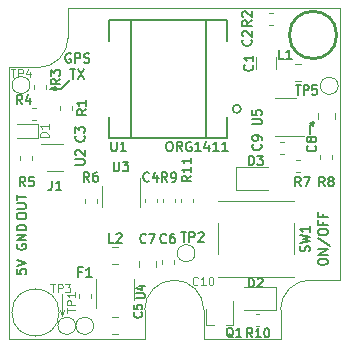
<source format=gbr>
G04 #@! TF.GenerationSoftware,KiCad,Pcbnew,5.1.6-c6e7f7d~87~ubuntu18.04.1*
G04 #@! TF.CreationDate,2020-08-30T01:02:13+03:00*
G04 #@! TF.ProjectId,nikon_gps,6e696b6f-6e5f-4677-9073-2e6b69636164,B*
G04 #@! TF.SameCoordinates,Original*
G04 #@! TF.FileFunction,Legend,Top*
G04 #@! TF.FilePolarity,Positive*
%FSLAX46Y46*%
G04 Gerber Fmt 4.6, Leading zero omitted, Abs format (unit mm)*
G04 Created by KiCad (PCBNEW 5.1.6-c6e7f7d~87~ubuntu18.04.1) date 2020-08-30 01:02:13*
%MOMM*%
%LPD*%
G01*
G04 APERTURE LIST*
%ADD10C,0.150000*%
%ADD11C,0.100000*%
G04 #@! TA.AperFunction,Profile*
%ADD12C,0.100000*%
G04 #@! TD*
%ADD13C,0.250000*%
%ADD14C,0.120000*%
G04 APERTURE END LIST*
D10*
X125857000Y-109601000D02*
X125730000Y-109982000D01*
X125857000Y-109601000D02*
X125476000Y-109728000D01*
X125476000Y-109982000D02*
X125857000Y-109601000D01*
X125476000Y-110617000D02*
X125476000Y-109982000D01*
X103505000Y-106807000D02*
X104013000Y-106934000D01*
X103505000Y-106807000D02*
X104013000Y-106680000D01*
X104394000Y-106807000D02*
X103505000Y-106807000D01*
X105156000Y-106045000D02*
X104394000Y-106807000D01*
D11*
X104495600Y-126034800D02*
X104648000Y-125577600D01*
X104495600Y-126034800D02*
X104343200Y-125577600D01*
X104495600Y-124155200D02*
X104495600Y-126034800D01*
D10*
X105219571Y-103827000D02*
X105143380Y-103788904D01*
X105029095Y-103788904D01*
X104914809Y-103827000D01*
X104838619Y-103903190D01*
X104800523Y-103979380D01*
X104762428Y-104131761D01*
X104762428Y-104246047D01*
X104800523Y-104398428D01*
X104838619Y-104474619D01*
X104914809Y-104550809D01*
X105029095Y-104588904D01*
X105105285Y-104588904D01*
X105219571Y-104550809D01*
X105257666Y-104512714D01*
X105257666Y-104246047D01*
X105105285Y-104246047D01*
X105600523Y-104588904D02*
X105600523Y-103788904D01*
X105905285Y-103788904D01*
X105981476Y-103827000D01*
X106019571Y-103865095D01*
X106057666Y-103941285D01*
X106057666Y-104055571D01*
X106019571Y-104131761D01*
X105981476Y-104169857D01*
X105905285Y-104207952D01*
X105600523Y-104207952D01*
X106362428Y-104550809D02*
X106476714Y-104588904D01*
X106667190Y-104588904D01*
X106743380Y-104550809D01*
X106781476Y-104512714D01*
X106819571Y-104436523D01*
X106819571Y-104360333D01*
X106781476Y-104284142D01*
X106743380Y-104246047D01*
X106667190Y-104207952D01*
X106514809Y-104169857D01*
X106438619Y-104131761D01*
X106400523Y-104093666D01*
X106362428Y-104017476D01*
X106362428Y-103941285D01*
X106400523Y-103865095D01*
X106438619Y-103827000D01*
X106514809Y-103788904D01*
X106705285Y-103788904D01*
X106819571Y-103827000D01*
X105181476Y-105138904D02*
X105638619Y-105138904D01*
X105410047Y-105938904D02*
X105410047Y-105138904D01*
X105829095Y-105138904D02*
X106362428Y-105938904D01*
X106362428Y-105138904D02*
X105829095Y-105938904D01*
X113525600Y-111271104D02*
X113677980Y-111271104D01*
X113754171Y-111309200D01*
X113830361Y-111385390D01*
X113868457Y-111537771D01*
X113868457Y-111804438D01*
X113830361Y-111956819D01*
X113754171Y-112033009D01*
X113677980Y-112071104D01*
X113525600Y-112071104D01*
X113449409Y-112033009D01*
X113373219Y-111956819D01*
X113335123Y-111804438D01*
X113335123Y-111537771D01*
X113373219Y-111385390D01*
X113449409Y-111309200D01*
X113525600Y-111271104D01*
X114668457Y-112071104D02*
X114401790Y-111690152D01*
X114211314Y-112071104D02*
X114211314Y-111271104D01*
X114516076Y-111271104D01*
X114592266Y-111309200D01*
X114630361Y-111347295D01*
X114668457Y-111423485D01*
X114668457Y-111537771D01*
X114630361Y-111613961D01*
X114592266Y-111652057D01*
X114516076Y-111690152D01*
X114211314Y-111690152D01*
X115430361Y-111309200D02*
X115354171Y-111271104D01*
X115239885Y-111271104D01*
X115125600Y-111309200D01*
X115049409Y-111385390D01*
X115011314Y-111461580D01*
X114973219Y-111613961D01*
X114973219Y-111728247D01*
X115011314Y-111880628D01*
X115049409Y-111956819D01*
X115125600Y-112033009D01*
X115239885Y-112071104D01*
X115316076Y-112071104D01*
X115430361Y-112033009D01*
X115468457Y-111994914D01*
X115468457Y-111728247D01*
X115316076Y-111728247D01*
X116230361Y-112071104D02*
X115773219Y-112071104D01*
X116001790Y-112071104D02*
X116001790Y-111271104D01*
X115925600Y-111385390D01*
X115849409Y-111461580D01*
X115773219Y-111499676D01*
X116916076Y-111537771D02*
X116916076Y-112071104D01*
X116725600Y-111233009D02*
X116535123Y-111804438D01*
X117030361Y-111804438D01*
X117754171Y-112071104D02*
X117297028Y-112071104D01*
X117525600Y-112071104D02*
X117525600Y-111271104D01*
X117449409Y-111385390D01*
X117373219Y-111461580D01*
X117297028Y-111499676D01*
X118516076Y-112071104D02*
X118058933Y-112071104D01*
X118287504Y-112071104D02*
X118287504Y-111271104D01*
X118211314Y-111385390D01*
X118135123Y-111461580D01*
X118058933Y-111499676D01*
X126180904Y-121526047D02*
X126180904Y-121373666D01*
X126219000Y-121297476D01*
X126295190Y-121221285D01*
X126447571Y-121183190D01*
X126714238Y-121183190D01*
X126866619Y-121221285D01*
X126942809Y-121297476D01*
X126980904Y-121373666D01*
X126980904Y-121526047D01*
X126942809Y-121602238D01*
X126866619Y-121678428D01*
X126714238Y-121716523D01*
X126447571Y-121716523D01*
X126295190Y-121678428D01*
X126219000Y-121602238D01*
X126180904Y-121526047D01*
X126980904Y-120840333D02*
X126180904Y-120840333D01*
X126980904Y-120383190D01*
X126180904Y-120383190D01*
X126142809Y-119430809D02*
X127171380Y-120116523D01*
X126180904Y-119011761D02*
X126180904Y-118859380D01*
X126219000Y-118783190D01*
X126295190Y-118707000D01*
X126447571Y-118668904D01*
X126714238Y-118668904D01*
X126866619Y-118707000D01*
X126942809Y-118783190D01*
X126980904Y-118859380D01*
X126980904Y-119011761D01*
X126942809Y-119087952D01*
X126866619Y-119164142D01*
X126714238Y-119202238D01*
X126447571Y-119202238D01*
X126295190Y-119164142D01*
X126219000Y-119087952D01*
X126180904Y-119011761D01*
X126561857Y-118059380D02*
X126561857Y-118326047D01*
X126980904Y-118326047D02*
X126180904Y-118326047D01*
X126180904Y-117945095D01*
X126561857Y-117373666D02*
X126561857Y-117640333D01*
X126980904Y-117640333D02*
X126180904Y-117640333D01*
X126180904Y-117259380D01*
X100653904Y-122072380D02*
X100653904Y-122453333D01*
X101034857Y-122491428D01*
X100996761Y-122453333D01*
X100958666Y-122377142D01*
X100958666Y-122186666D01*
X100996761Y-122110476D01*
X101034857Y-122072380D01*
X101111047Y-122034285D01*
X101301523Y-122034285D01*
X101377714Y-122072380D01*
X101415809Y-122110476D01*
X101453904Y-122186666D01*
X101453904Y-122377142D01*
X101415809Y-122453333D01*
X101377714Y-122491428D01*
X100653904Y-121805714D02*
X101453904Y-121539047D01*
X100653904Y-121272380D01*
X100653904Y-117640000D02*
X100653904Y-117487619D01*
X100692000Y-117411428D01*
X100768190Y-117335238D01*
X100920571Y-117297142D01*
X101187238Y-117297142D01*
X101339619Y-117335238D01*
X101415809Y-117411428D01*
X101453904Y-117487619D01*
X101453904Y-117640000D01*
X101415809Y-117716190D01*
X101339619Y-117792380D01*
X101187238Y-117830476D01*
X100920571Y-117830476D01*
X100768190Y-117792380D01*
X100692000Y-117716190D01*
X100653904Y-117640000D01*
X100653904Y-116954285D02*
X101301523Y-116954285D01*
X101377714Y-116916190D01*
X101415809Y-116878095D01*
X101453904Y-116801904D01*
X101453904Y-116649523D01*
X101415809Y-116573333D01*
X101377714Y-116535238D01*
X101301523Y-116497142D01*
X100653904Y-116497142D01*
X100653904Y-116230476D02*
X100653904Y-115773333D01*
X101453904Y-116001904D02*
X100653904Y-116001904D01*
X100692000Y-119989523D02*
X100653904Y-120065714D01*
X100653904Y-120180000D01*
X100692000Y-120294285D01*
X100768190Y-120370476D01*
X100844380Y-120408571D01*
X100996761Y-120446666D01*
X101111047Y-120446666D01*
X101263428Y-120408571D01*
X101339619Y-120370476D01*
X101415809Y-120294285D01*
X101453904Y-120180000D01*
X101453904Y-120103809D01*
X101415809Y-119989523D01*
X101377714Y-119951428D01*
X101111047Y-119951428D01*
X101111047Y-120103809D01*
X101453904Y-119608571D02*
X100653904Y-119608571D01*
X101453904Y-119151428D01*
X100653904Y-119151428D01*
X101453904Y-118770476D02*
X100653904Y-118770476D01*
X100653904Y-118580000D01*
X100692000Y-118465714D01*
X100768190Y-118389523D01*
X100844380Y-118351428D01*
X100996761Y-118313333D01*
X101111047Y-118313333D01*
X101263428Y-118351428D01*
X101339619Y-118389523D01*
X101415809Y-118465714D01*
X101453904Y-118580000D01*
X101453904Y-118770476D01*
D12*
X116500000Y-125500000D02*
X116500000Y-128000000D01*
X111500000Y-125500000D02*
X111500000Y-128000000D01*
X114000000Y-123000000D02*
G75*
G03*
X111500000Y-125500000I0J-2500000D01*
G01*
X116500000Y-125500000D02*
G75*
G03*
X114000000Y-123000000I-2500000J0D01*
G01*
X100000000Y-128000000D02*
X111500000Y-128000000D01*
D11*
X104250000Y-125750000D02*
G75*
G03*
X104250000Y-125750000I-2000000J0D01*
G01*
D12*
X105000000Y-100000000D02*
X128000000Y-100000000D01*
X128000000Y-123000000D02*
X128000000Y-100000000D01*
X116500000Y-128000000D02*
X123000000Y-128000000D01*
X100000000Y-128000000D02*
X100000000Y-105000000D01*
X100000000Y-105000000D02*
X102500000Y-105000000D01*
X105000000Y-102500000D02*
X105000000Y-100000000D01*
X105000000Y-102500000D02*
G75*
G02*
X102500000Y-105000000I-2500000J0D01*
G01*
X123000000Y-125500000D02*
G75*
G02*
X125500000Y-123000000I2500000J0D01*
G01*
X123000000Y-125500000D02*
X123000000Y-128000000D01*
X125500000Y-123000000D02*
X128000000Y-123000000D01*
D13*
X127750000Y-102250000D02*
G75*
G03*
X127750000Y-102250000I-2000000J0D01*
G01*
D14*
X100963000Y-112486221D02*
X100963000Y-112811779D01*
X101983000Y-112486221D02*
X101983000Y-112811779D01*
X124134000Y-116277000D02*
X124134000Y-116307000D01*
X124134000Y-122737000D02*
X124134000Y-122707000D01*
X117674000Y-122737000D02*
X117674000Y-122707000D01*
X117674000Y-116307000D02*
X117674000Y-116277000D01*
X124134000Y-118207000D02*
X124134000Y-120807000D01*
X117674000Y-116277000D02*
X124134000Y-116277000D01*
X117674000Y-118207000D02*
X117674000Y-120807000D01*
X117674000Y-122737000D02*
X124134000Y-122737000D01*
X114048000Y-116426279D02*
X114048000Y-116100721D01*
X113028000Y-116426279D02*
X113028000Y-116100721D01*
X127383000Y-112722779D02*
X127383000Y-112397221D01*
X126363000Y-112722779D02*
X126363000Y-112397221D01*
X111024600Y-121407422D02*
X111024600Y-121924578D01*
X112444600Y-121407422D02*
X112444600Y-121924578D01*
X101778500Y-106489500D02*
G75*
G03*
X101778500Y-106489500I-750000J0D01*
G01*
X102296179Y-108405200D02*
X101970621Y-108405200D01*
X102296179Y-109425200D02*
X101970621Y-109425200D01*
X103151500Y-106842779D02*
X103151500Y-106517221D01*
X102131500Y-106842779D02*
X102131500Y-106517221D01*
X122544000Y-110830000D02*
X124994000Y-110830000D01*
X124344000Y-107610000D02*
X122544000Y-107610000D01*
X124201422Y-106120000D02*
X124718578Y-106120000D01*
X124201422Y-104700000D02*
X124718578Y-104700000D01*
X119219000Y-115387000D02*
X121904000Y-115387000D01*
X119219000Y-113467000D02*
X119219000Y-115387000D01*
X121904000Y-113467000D02*
X119219000Y-113467000D01*
X124622779Y-112837500D02*
X124297221Y-112837500D01*
X124622779Y-113857500D02*
X124297221Y-113857500D01*
X122336779Y-100391500D02*
X122011221Y-100391500D01*
X122336779Y-101411500D02*
X122011221Y-101411500D01*
X106936000Y-124521279D02*
X106936000Y-124195721D01*
X105916000Y-124521279D02*
X105916000Y-124195721D01*
X108707422Y-121614000D02*
X109224578Y-121614000D01*
X108707422Y-120194000D02*
X109224578Y-120194000D01*
X122589000Y-123627000D02*
X119904000Y-123627000D01*
X122589000Y-125547000D02*
X122589000Y-123627000D01*
X119904000Y-125547000D02*
X122589000Y-125547000D01*
X127583000Y-109351578D02*
X127583000Y-108834422D01*
X126163000Y-109351578D02*
X126163000Y-108834422D01*
X111084000Y-116851000D02*
X111084000Y-114401000D01*
X107864000Y-115051000D02*
X107864000Y-116851000D01*
X107356000Y-122925000D02*
X107356000Y-125375000D01*
X110576000Y-124725000D02*
X110576000Y-122925000D01*
X108707422Y-127583000D02*
X109224578Y-127583000D01*
X108707422Y-126163000D02*
X109224578Y-126163000D01*
X113946400Y-121300021D02*
X113946400Y-121625579D01*
X112926400Y-121300021D02*
X112926400Y-121625579D01*
X122968721Y-111288100D02*
X123294279Y-111288100D01*
X122968721Y-112308100D02*
X123294279Y-112308100D01*
X107176000Y-126873000D02*
G75*
G03*
X107176000Y-126873000I-750000J0D01*
G01*
X115761200Y-120726100D02*
G75*
G03*
X115761200Y-120726100I-750000J0D01*
G01*
X105652000Y-126873000D02*
G75*
G03*
X105652000Y-126873000I-750000J0D01*
G01*
X106424000Y-116143721D02*
X106424000Y-116469279D01*
X107444000Y-116143721D02*
X107444000Y-116469279D01*
X120891221Y-126875000D02*
X121216779Y-126875000D01*
X120891221Y-125855000D02*
X121216779Y-125855000D01*
X112524000Y-116100721D02*
X112524000Y-116426279D01*
X111504000Y-116100721D02*
X111504000Y-116426279D01*
X122643000Y-105132000D02*
X122643000Y-104132000D01*
X120943000Y-104132000D02*
X120943000Y-105132000D01*
X127877000Y-106553000D02*
G75*
G03*
X127877000Y-106553000I-750000J0D01*
G01*
D10*
X118500000Y-109165000D02*
X118500000Y-110965000D01*
X108500000Y-110965000D02*
X118500000Y-110965000D01*
X119650000Y-108505000D02*
G75*
G03*
X119650000Y-108505000I-350000J0D01*
G01*
X108500000Y-100965000D02*
X118500000Y-100965000D01*
X108500000Y-100965000D02*
X108500000Y-102765000D01*
X118500000Y-100965000D02*
X118500000Y-102765000D01*
X108500000Y-109165000D02*
X108500000Y-110965000D01*
X110300000Y-100965000D02*
X110300000Y-110965000D01*
X116700000Y-100965000D02*
X116700000Y-110965000D01*
D14*
X102496000Y-110963000D02*
X102496000Y-109763000D01*
X100646000Y-110963000D02*
X102496000Y-110963000D01*
X100646000Y-109763000D02*
X102496000Y-109763000D01*
X105346000Y-108595279D02*
X105346000Y-108269721D01*
X104326000Y-108595279D02*
X104326000Y-108269721D01*
X114552000Y-116100721D02*
X114552000Y-116426279D01*
X115572000Y-116100721D02*
X115572000Y-116426279D01*
X116696000Y-125431000D02*
X116696000Y-126841000D01*
X119016000Y-126841000D02*
X119016000Y-124811000D01*
X119016000Y-126841000D02*
X118356000Y-126841000D01*
X117356000Y-126841000D02*
X116696000Y-126841000D01*
X103186000Y-113809000D02*
X104586000Y-113809000D01*
X104586000Y-111489000D02*
X102686000Y-111489000D01*
D10*
X101365066Y-115068304D02*
X101098400Y-114687352D01*
X100907923Y-115068304D02*
X100907923Y-114268304D01*
X101212685Y-114268304D01*
X101288876Y-114306400D01*
X101326971Y-114344495D01*
X101365066Y-114420685D01*
X101365066Y-114534971D01*
X101326971Y-114611161D01*
X101288876Y-114649257D01*
X101212685Y-114687352D01*
X100907923Y-114687352D01*
X102088876Y-114268304D02*
X101707923Y-114268304D01*
X101669828Y-114649257D01*
X101707923Y-114611161D01*
X101784114Y-114573066D01*
X101974590Y-114573066D01*
X102050780Y-114611161D01*
X102088876Y-114649257D01*
X102126971Y-114725447D01*
X102126971Y-114915923D01*
X102088876Y-114992114D01*
X102050780Y-115030209D01*
X101974590Y-115068304D01*
X101784114Y-115068304D01*
X101707923Y-115030209D01*
X101669828Y-114992114D01*
X125418809Y-120573666D02*
X125456904Y-120459380D01*
X125456904Y-120268904D01*
X125418809Y-120192714D01*
X125380714Y-120154619D01*
X125304523Y-120116523D01*
X125228333Y-120116523D01*
X125152142Y-120154619D01*
X125114047Y-120192714D01*
X125075952Y-120268904D01*
X125037857Y-120421285D01*
X124999761Y-120497476D01*
X124961666Y-120535571D01*
X124885476Y-120573666D01*
X124809285Y-120573666D01*
X124733095Y-120535571D01*
X124695000Y-120497476D01*
X124656904Y-120421285D01*
X124656904Y-120230809D01*
X124695000Y-120116523D01*
X124656904Y-119849857D02*
X125456904Y-119659380D01*
X124885476Y-119507000D01*
X125456904Y-119354619D01*
X124656904Y-119164142D01*
X125456904Y-118440333D02*
X125456904Y-118897476D01*
X125456904Y-118668904D02*
X124656904Y-118668904D01*
X124771190Y-118745095D01*
X124847380Y-118821285D01*
X124885476Y-118897476D01*
X113404666Y-114661904D02*
X113138000Y-114280952D01*
X112947523Y-114661904D02*
X112947523Y-113861904D01*
X113252285Y-113861904D01*
X113328476Y-113900000D01*
X113366571Y-113938095D01*
X113404666Y-114014285D01*
X113404666Y-114128571D01*
X113366571Y-114204761D01*
X113328476Y-114242857D01*
X113252285Y-114280952D01*
X112947523Y-114280952D01*
X113785619Y-114661904D02*
X113938000Y-114661904D01*
X114014190Y-114623809D01*
X114052285Y-114585714D01*
X114128476Y-114471428D01*
X114166571Y-114319047D01*
X114166571Y-114014285D01*
X114128476Y-113938095D01*
X114090380Y-113900000D01*
X114014190Y-113861904D01*
X113861809Y-113861904D01*
X113785619Y-113900000D01*
X113747523Y-113938095D01*
X113709428Y-114014285D01*
X113709428Y-114204761D01*
X113747523Y-114280952D01*
X113785619Y-114319047D01*
X113861809Y-114357142D01*
X114014190Y-114357142D01*
X114090380Y-114319047D01*
X114128476Y-114280952D01*
X114166571Y-114204761D01*
X126739666Y-115042904D02*
X126473000Y-114661952D01*
X126282523Y-115042904D02*
X126282523Y-114242904D01*
X126587285Y-114242904D01*
X126663476Y-114281000D01*
X126701571Y-114319095D01*
X126739666Y-114395285D01*
X126739666Y-114509571D01*
X126701571Y-114585761D01*
X126663476Y-114623857D01*
X126587285Y-114661952D01*
X126282523Y-114661952D01*
X127196809Y-114585761D02*
X127120619Y-114547666D01*
X127082523Y-114509571D01*
X127044428Y-114433380D01*
X127044428Y-114395285D01*
X127082523Y-114319095D01*
X127120619Y-114281000D01*
X127196809Y-114242904D01*
X127349190Y-114242904D01*
X127425380Y-114281000D01*
X127463476Y-114319095D01*
X127501571Y-114395285D01*
X127501571Y-114433380D01*
X127463476Y-114509571D01*
X127425380Y-114547666D01*
X127349190Y-114585761D01*
X127196809Y-114585761D01*
X127120619Y-114623857D01*
X127082523Y-114661952D01*
X127044428Y-114738142D01*
X127044428Y-114890523D01*
X127082523Y-114966714D01*
X127120619Y-115004809D01*
X127196809Y-115042904D01*
X127349190Y-115042904D01*
X127425380Y-115004809D01*
X127463476Y-114966714D01*
X127501571Y-114890523D01*
X127501571Y-114738142D01*
X127463476Y-114661952D01*
X127425380Y-114623857D01*
X127349190Y-114585761D01*
X111601266Y-119792714D02*
X111563171Y-119830809D01*
X111448885Y-119868904D01*
X111372695Y-119868904D01*
X111258409Y-119830809D01*
X111182219Y-119754619D01*
X111144123Y-119678428D01*
X111106028Y-119526047D01*
X111106028Y-119411761D01*
X111144123Y-119259380D01*
X111182219Y-119183190D01*
X111258409Y-119107000D01*
X111372695Y-119068904D01*
X111448885Y-119068904D01*
X111563171Y-119107000D01*
X111601266Y-119145095D01*
X111867933Y-119068904D02*
X112401266Y-119068904D01*
X112058409Y-119868904D01*
D11*
X100157866Y-105128266D02*
X100557866Y-105128266D01*
X100357866Y-105828266D02*
X100357866Y-105128266D01*
X100791200Y-105828266D02*
X100791200Y-105128266D01*
X101057866Y-105128266D01*
X101124533Y-105161600D01*
X101157866Y-105194933D01*
X101191200Y-105261600D01*
X101191200Y-105361600D01*
X101157866Y-105428266D01*
X101124533Y-105461600D01*
X101057866Y-105494933D01*
X100791200Y-105494933D01*
X101791200Y-105361600D02*
X101791200Y-105828266D01*
X101624533Y-105094933D02*
X101457866Y-105594933D01*
X101891200Y-105594933D01*
D10*
X101111066Y-108108704D02*
X100844400Y-107727752D01*
X100653923Y-108108704D02*
X100653923Y-107308704D01*
X100958685Y-107308704D01*
X101034876Y-107346800D01*
X101072971Y-107384895D01*
X101111066Y-107461085D01*
X101111066Y-107575371D01*
X101072971Y-107651561D01*
X101034876Y-107689657D01*
X100958685Y-107727752D01*
X100653923Y-107727752D01*
X101796780Y-107575371D02*
X101796780Y-108108704D01*
X101606304Y-107270609D02*
X101415828Y-107842038D01*
X101911066Y-107842038D01*
X104349504Y-105949733D02*
X103968552Y-106216400D01*
X104349504Y-106406876D02*
X103549504Y-106406876D01*
X103549504Y-106102114D01*
X103587600Y-106025923D01*
X103625695Y-105987828D01*
X103701885Y-105949733D01*
X103816171Y-105949733D01*
X103892361Y-105987828D01*
X103930457Y-106025923D01*
X103968552Y-106102114D01*
X103968552Y-106406876D01*
X103549504Y-105683066D02*
X103549504Y-105187828D01*
X103854266Y-105454495D01*
X103854266Y-105340209D01*
X103892361Y-105264019D01*
X103930457Y-105225923D01*
X104006647Y-105187828D01*
X104197123Y-105187828D01*
X104273314Y-105225923D01*
X104311409Y-105264019D01*
X104349504Y-105340209D01*
X104349504Y-105568780D01*
X104311409Y-105644971D01*
X104273314Y-105683066D01*
X120592904Y-109829523D02*
X121240523Y-109829523D01*
X121316714Y-109791428D01*
X121354809Y-109753333D01*
X121392904Y-109677142D01*
X121392904Y-109524761D01*
X121354809Y-109448571D01*
X121316714Y-109410476D01*
X121240523Y-109372380D01*
X120592904Y-109372380D01*
X120592904Y-108610476D02*
X120592904Y-108991428D01*
X120973857Y-109029523D01*
X120935761Y-108991428D01*
X120897666Y-108915238D01*
X120897666Y-108724761D01*
X120935761Y-108648571D01*
X120973857Y-108610476D01*
X121050047Y-108572380D01*
X121240523Y-108572380D01*
X121316714Y-108610476D01*
X121354809Y-108648571D01*
X121392904Y-108724761D01*
X121392904Y-108915238D01*
X121354809Y-108991428D01*
X121316714Y-109029523D01*
X123259866Y-104298704D02*
X122878914Y-104298704D01*
X122878914Y-103498704D01*
X123945580Y-104298704D02*
X123488438Y-104298704D01*
X123717009Y-104298704D02*
X123717009Y-103498704D01*
X123640819Y-103612990D01*
X123564628Y-103689180D01*
X123488438Y-103727276D01*
X120478514Y-102647733D02*
X120516609Y-102685828D01*
X120554704Y-102800114D01*
X120554704Y-102876304D01*
X120516609Y-102990590D01*
X120440419Y-103066780D01*
X120364228Y-103104876D01*
X120211847Y-103142971D01*
X120097561Y-103142971D01*
X119945180Y-103104876D01*
X119868990Y-103066780D01*
X119792800Y-102990590D01*
X119754704Y-102876304D01*
X119754704Y-102800114D01*
X119792800Y-102685828D01*
X119830895Y-102647733D01*
X119830895Y-102342971D02*
X119792800Y-102304876D01*
X119754704Y-102228685D01*
X119754704Y-102038209D01*
X119792800Y-101962019D01*
X119830895Y-101923923D01*
X119907085Y-101885828D01*
X119983276Y-101885828D01*
X120097561Y-101923923D01*
X120554704Y-102381066D01*
X120554704Y-101885828D01*
X120313523Y-113264904D02*
X120313523Y-112464904D01*
X120504000Y-112464904D01*
X120618285Y-112503000D01*
X120694476Y-112579190D01*
X120732571Y-112655380D01*
X120770666Y-112807761D01*
X120770666Y-112922047D01*
X120732571Y-113074428D01*
X120694476Y-113150619D01*
X120618285Y-113226809D01*
X120504000Y-113264904D01*
X120313523Y-113264904D01*
X121037333Y-112464904D02*
X121532571Y-112464904D01*
X121265904Y-112769666D01*
X121380190Y-112769666D01*
X121456380Y-112807761D01*
X121494476Y-112845857D01*
X121532571Y-112922047D01*
X121532571Y-113112523D01*
X121494476Y-113188714D01*
X121456380Y-113226809D01*
X121380190Y-113264904D01*
X121151619Y-113264904D01*
X121075428Y-113226809D01*
X121037333Y-113188714D01*
X124707666Y-115042904D02*
X124441000Y-114661952D01*
X124250523Y-115042904D02*
X124250523Y-114242904D01*
X124555285Y-114242904D01*
X124631476Y-114281000D01*
X124669571Y-114319095D01*
X124707666Y-114395285D01*
X124707666Y-114509571D01*
X124669571Y-114585761D01*
X124631476Y-114623857D01*
X124555285Y-114661952D01*
X124250523Y-114661952D01*
X124974333Y-114242904D02*
X125507666Y-114242904D01*
X125164809Y-115042904D01*
X120554704Y-101022133D02*
X120173752Y-101288800D01*
X120554704Y-101479276D02*
X119754704Y-101479276D01*
X119754704Y-101174514D01*
X119792800Y-101098323D01*
X119830895Y-101060228D01*
X119907085Y-101022133D01*
X120021371Y-101022133D01*
X120097561Y-101060228D01*
X120135657Y-101098323D01*
X120173752Y-101174514D01*
X120173752Y-101479276D01*
X119830895Y-100717371D02*
X119792800Y-100679276D01*
X119754704Y-100603085D01*
X119754704Y-100412609D01*
X119792800Y-100336419D01*
X119830895Y-100298323D01*
X119907085Y-100260228D01*
X119983276Y-100260228D01*
X120097561Y-100298323D01*
X120554704Y-100755466D01*
X120554704Y-100260228D01*
X106159333Y-122294657D02*
X105892666Y-122294657D01*
X105892666Y-122713704D02*
X105892666Y-121913704D01*
X106273619Y-121913704D01*
X106997428Y-122713704D02*
X106540285Y-122713704D01*
X106768857Y-122713704D02*
X106768857Y-121913704D01*
X106692666Y-122027990D01*
X106616476Y-122104180D01*
X106540285Y-122142276D01*
X108858066Y-119843504D02*
X108477114Y-119843504D01*
X108477114Y-119043504D01*
X109086638Y-119119695D02*
X109124733Y-119081600D01*
X109200923Y-119043504D01*
X109391400Y-119043504D01*
X109467590Y-119081600D01*
X109505685Y-119119695D01*
X109543780Y-119195885D01*
X109543780Y-119272076D01*
X109505685Y-119386361D01*
X109048542Y-119843504D01*
X109543780Y-119843504D01*
X120350428Y-123605485D02*
X120350428Y-122855485D01*
X120529000Y-122855485D01*
X120636142Y-122891200D01*
X120707571Y-122962628D01*
X120743285Y-123034057D01*
X120779000Y-123176914D01*
X120779000Y-123284057D01*
X120743285Y-123426914D01*
X120707571Y-123498342D01*
X120636142Y-123569771D01*
X120529000Y-123605485D01*
X120350428Y-123605485D01*
X121064714Y-122926914D02*
X121100428Y-122891200D01*
X121171857Y-122855485D01*
X121350428Y-122855485D01*
X121421857Y-122891200D01*
X121457571Y-122926914D01*
X121493285Y-122998342D01*
X121493285Y-123069771D01*
X121457571Y-123176914D01*
X121029000Y-123605485D01*
X121493285Y-123605485D01*
X103644733Y-114573104D02*
X103644733Y-115144533D01*
X103606638Y-115258819D01*
X103530447Y-115335009D01*
X103416161Y-115373104D01*
X103339971Y-115373104D01*
X104444733Y-115373104D02*
X103987590Y-115373104D01*
X104216161Y-115373104D02*
X104216161Y-114573104D01*
X104139971Y-114687390D01*
X104063780Y-114763580D01*
X103987590Y-114801676D01*
X125939514Y-111613933D02*
X125977609Y-111652028D01*
X126015704Y-111766314D01*
X126015704Y-111842504D01*
X125977609Y-111956790D01*
X125901419Y-112032980D01*
X125825228Y-112071076D01*
X125672847Y-112109171D01*
X125558561Y-112109171D01*
X125406180Y-112071076D01*
X125329990Y-112032980D01*
X125253800Y-111956790D01*
X125215704Y-111842504D01*
X125215704Y-111766314D01*
X125253800Y-111652028D01*
X125291895Y-111613933D01*
X125558561Y-111156790D02*
X125520466Y-111232980D01*
X125482371Y-111271076D01*
X125406180Y-111309171D01*
X125368085Y-111309171D01*
X125291895Y-111271076D01*
X125253800Y-111232980D01*
X125215704Y-111156790D01*
X125215704Y-111004409D01*
X125253800Y-110928219D01*
X125291895Y-110890123D01*
X125368085Y-110852028D01*
X125406180Y-110852028D01*
X125482371Y-110890123D01*
X125520466Y-110928219D01*
X125558561Y-111004409D01*
X125558561Y-111156790D01*
X125596657Y-111232980D01*
X125634752Y-111271076D01*
X125710942Y-111309171D01*
X125863323Y-111309171D01*
X125939514Y-111271076D01*
X125977609Y-111232980D01*
X126015704Y-111156790D01*
X126015704Y-111004409D01*
X125977609Y-110928219D01*
X125939514Y-110890123D01*
X125863323Y-110852028D01*
X125710942Y-110852028D01*
X125634752Y-110890123D01*
X125596657Y-110928219D01*
X125558561Y-111004409D01*
X108864476Y-112972904D02*
X108864476Y-113620523D01*
X108902571Y-113696714D01*
X108940666Y-113734809D01*
X109016857Y-113772904D01*
X109169238Y-113772904D01*
X109245428Y-113734809D01*
X109283523Y-113696714D01*
X109321619Y-113620523D01*
X109321619Y-112972904D01*
X109626380Y-112972904D02*
X110121619Y-112972904D01*
X109854952Y-113277666D01*
X109969238Y-113277666D01*
X110045428Y-113315761D01*
X110083523Y-113353857D01*
X110121619Y-113430047D01*
X110121619Y-113620523D01*
X110083523Y-113696714D01*
X110045428Y-113734809D01*
X109969238Y-113772904D01*
X109740666Y-113772904D01*
X109664476Y-113734809D01*
X109626380Y-113696714D01*
X110792466Y-124536133D02*
X111359133Y-124536133D01*
X111425800Y-124502800D01*
X111459133Y-124469466D01*
X111492466Y-124402800D01*
X111492466Y-124269466D01*
X111459133Y-124202800D01*
X111425800Y-124169466D01*
X111359133Y-124136133D01*
X110792466Y-124136133D01*
X111025800Y-123502800D02*
X111492466Y-123502800D01*
X110759133Y-123669466D02*
X111259133Y-123836133D01*
X111259133Y-123402800D01*
X111197200Y-125745066D02*
X111230533Y-125778400D01*
X111263866Y-125878400D01*
X111263866Y-125945066D01*
X111230533Y-126045066D01*
X111163866Y-126111733D01*
X111097200Y-126145066D01*
X110963866Y-126178400D01*
X110863866Y-126178400D01*
X110730533Y-126145066D01*
X110663866Y-126111733D01*
X110597200Y-126045066D01*
X110563866Y-125945066D01*
X110563866Y-125878400D01*
X110597200Y-125778400D01*
X110630533Y-125745066D01*
X110563866Y-125111733D02*
X110563866Y-125445066D01*
X110897200Y-125478400D01*
X110863866Y-125445066D01*
X110830533Y-125378400D01*
X110830533Y-125211733D01*
X110863866Y-125145066D01*
X110897200Y-125111733D01*
X110963866Y-125078400D01*
X111130533Y-125078400D01*
X111197200Y-125111733D01*
X111230533Y-125145066D01*
X111263866Y-125211733D01*
X111263866Y-125378400D01*
X111230533Y-125445066D01*
X111197200Y-125478400D01*
X113303066Y-119792714D02*
X113264971Y-119830809D01*
X113150685Y-119868904D01*
X113074495Y-119868904D01*
X112960209Y-119830809D01*
X112884019Y-119754619D01*
X112845923Y-119678428D01*
X112807828Y-119526047D01*
X112807828Y-119411761D01*
X112845923Y-119259380D01*
X112884019Y-119183190D01*
X112960209Y-119107000D01*
X113074495Y-119068904D01*
X113150685Y-119068904D01*
X113264971Y-119107000D01*
X113303066Y-119145095D01*
X113988780Y-119068904D02*
X113836400Y-119068904D01*
X113760209Y-119107000D01*
X113722114Y-119145095D01*
X113645923Y-119259380D01*
X113607828Y-119411761D01*
X113607828Y-119716523D01*
X113645923Y-119792714D01*
X113684019Y-119830809D01*
X113760209Y-119868904D01*
X113912590Y-119868904D01*
X113988780Y-119830809D01*
X114026876Y-119792714D01*
X114064971Y-119716523D01*
X114064971Y-119526047D01*
X114026876Y-119449857D01*
X113988780Y-119411761D01*
X113912590Y-119373666D01*
X113760209Y-119373666D01*
X113684019Y-119411761D01*
X113645923Y-119449857D01*
X113607828Y-119526047D01*
X121316714Y-111512333D02*
X121354809Y-111550428D01*
X121392904Y-111664714D01*
X121392904Y-111740904D01*
X121354809Y-111855190D01*
X121278619Y-111931380D01*
X121202428Y-111969476D01*
X121050047Y-112007571D01*
X120935761Y-112007571D01*
X120783380Y-111969476D01*
X120707190Y-111931380D01*
X120631000Y-111855190D01*
X120592904Y-111740904D01*
X120592904Y-111664714D01*
X120631000Y-111550428D01*
X120669095Y-111512333D01*
X121392904Y-111131380D02*
X121392904Y-110979000D01*
X121354809Y-110902809D01*
X121316714Y-110864714D01*
X121202428Y-110788523D01*
X121050047Y-110750428D01*
X120745285Y-110750428D01*
X120669095Y-110788523D01*
X120631000Y-110826619D01*
X120592904Y-110902809D01*
X120592904Y-111055190D01*
X120631000Y-111131380D01*
X120669095Y-111169476D01*
X120745285Y-111207571D01*
X120935761Y-111207571D01*
X121011952Y-111169476D01*
X121050047Y-111131380D01*
X121088142Y-111055190D01*
X121088142Y-110902809D01*
X121050047Y-110826619D01*
X121011952Y-110788523D01*
X120935761Y-110750428D01*
D14*
X104899666Y-125749733D02*
X104899666Y-125349733D01*
X105599666Y-125549733D02*
X104899666Y-125549733D01*
X105599666Y-125116400D02*
X104899666Y-125116400D01*
X104899666Y-124849733D01*
X104933000Y-124783066D01*
X104966333Y-124749733D01*
X105033000Y-124716400D01*
X105133000Y-124716400D01*
X105199666Y-124749733D01*
X105233000Y-124783066D01*
X105266333Y-124849733D01*
X105266333Y-125116400D01*
X105599666Y-124049733D02*
X105599666Y-124449733D01*
X105599666Y-124249733D02*
X104899666Y-124249733D01*
X104999666Y-124316400D01*
X105066333Y-124383066D01*
X105099666Y-124449733D01*
D10*
X114560476Y-118941904D02*
X115017619Y-118941904D01*
X114789047Y-119741904D02*
X114789047Y-118941904D01*
X115284285Y-119741904D02*
X115284285Y-118941904D01*
X115589047Y-118941904D01*
X115665238Y-118980000D01*
X115703333Y-119018095D01*
X115741428Y-119094285D01*
X115741428Y-119208571D01*
X115703333Y-119284761D01*
X115665238Y-119322857D01*
X115589047Y-119360952D01*
X115284285Y-119360952D01*
X116046190Y-119018095D02*
X116084285Y-118980000D01*
X116160476Y-118941904D01*
X116350952Y-118941904D01*
X116427142Y-118980000D01*
X116465238Y-119018095D01*
X116503333Y-119094285D01*
X116503333Y-119170476D01*
X116465238Y-119284761D01*
X116008095Y-119741904D01*
X116503333Y-119741904D01*
D14*
X103510666Y-123340066D02*
X103910666Y-123340066D01*
X103710666Y-124040066D02*
X103710666Y-123340066D01*
X104144000Y-124040066D02*
X104144000Y-123340066D01*
X104410666Y-123340066D01*
X104477333Y-123373400D01*
X104510666Y-123406733D01*
X104544000Y-123473400D01*
X104544000Y-123573400D01*
X104510666Y-123640066D01*
X104477333Y-123673400D01*
X104410666Y-123706733D01*
X104144000Y-123706733D01*
X104777333Y-123340066D02*
X105210666Y-123340066D01*
X104977333Y-123606733D01*
X105077333Y-123606733D01*
X105144000Y-123640066D01*
X105177333Y-123673400D01*
X105210666Y-123740066D01*
X105210666Y-123906733D01*
X105177333Y-123973400D01*
X105144000Y-124006733D01*
X105077333Y-124040066D01*
X104877333Y-124040066D01*
X104810666Y-124006733D01*
X104777333Y-123973400D01*
D10*
X106800666Y-114661904D02*
X106534000Y-114280952D01*
X106343523Y-114661904D02*
X106343523Y-113861904D01*
X106648285Y-113861904D01*
X106724476Y-113900000D01*
X106762571Y-113938095D01*
X106800666Y-114014285D01*
X106800666Y-114128571D01*
X106762571Y-114204761D01*
X106724476Y-114242857D01*
X106648285Y-114280952D01*
X106343523Y-114280952D01*
X107486380Y-113861904D02*
X107334000Y-113861904D01*
X107257809Y-113900000D01*
X107219714Y-113938095D01*
X107143523Y-114052380D01*
X107105428Y-114204761D01*
X107105428Y-114509523D01*
X107143523Y-114585714D01*
X107181619Y-114623809D01*
X107257809Y-114661904D01*
X107410190Y-114661904D01*
X107486380Y-114623809D01*
X107524476Y-114585714D01*
X107562571Y-114509523D01*
X107562571Y-114319047D01*
X107524476Y-114242857D01*
X107486380Y-114204761D01*
X107410190Y-114166666D01*
X107257809Y-114166666D01*
X107181619Y-114204761D01*
X107143523Y-114242857D01*
X107105428Y-114319047D01*
X120612357Y-127847285D02*
X120362357Y-127490142D01*
X120183785Y-127847285D02*
X120183785Y-127097285D01*
X120469500Y-127097285D01*
X120540928Y-127133000D01*
X120576642Y-127168714D01*
X120612357Y-127240142D01*
X120612357Y-127347285D01*
X120576642Y-127418714D01*
X120540928Y-127454428D01*
X120469500Y-127490142D01*
X120183785Y-127490142D01*
X121326642Y-127847285D02*
X120898071Y-127847285D01*
X121112357Y-127847285D02*
X121112357Y-127097285D01*
X121040928Y-127204428D01*
X120969500Y-127275857D01*
X120898071Y-127311571D01*
X121790928Y-127097285D02*
X121862357Y-127097285D01*
X121933785Y-127133000D01*
X121969500Y-127168714D01*
X122005214Y-127240142D01*
X122040928Y-127383000D01*
X122040928Y-127561571D01*
X122005214Y-127704428D01*
X121969500Y-127775857D01*
X121933785Y-127811571D01*
X121862357Y-127847285D01*
X121790928Y-127847285D01*
X121719500Y-127811571D01*
X121683785Y-127775857D01*
X121648071Y-127704428D01*
X121612357Y-127561571D01*
X121612357Y-127383000D01*
X121648071Y-127240142D01*
X121683785Y-127168714D01*
X121719500Y-127133000D01*
X121790928Y-127097285D01*
X111880666Y-114585714D02*
X111842571Y-114623809D01*
X111728285Y-114661904D01*
X111652095Y-114661904D01*
X111537809Y-114623809D01*
X111461619Y-114547619D01*
X111423523Y-114471428D01*
X111385428Y-114319047D01*
X111385428Y-114204761D01*
X111423523Y-114052380D01*
X111461619Y-113976190D01*
X111537809Y-113900000D01*
X111652095Y-113861904D01*
X111728285Y-113861904D01*
X111842571Y-113900000D01*
X111880666Y-113938095D01*
X112566380Y-114128571D02*
X112566380Y-114661904D01*
X112375904Y-113823809D02*
X112185428Y-114395238D01*
X112680666Y-114395238D01*
X120630914Y-104765333D02*
X120669009Y-104803428D01*
X120707104Y-104917714D01*
X120707104Y-104993904D01*
X120669009Y-105108190D01*
X120592819Y-105184380D01*
X120516628Y-105222476D01*
X120364247Y-105260571D01*
X120249961Y-105260571D01*
X120097580Y-105222476D01*
X120021390Y-105184380D01*
X119945200Y-105108190D01*
X119907104Y-104993904D01*
X119907104Y-104917714D01*
X119945200Y-104803428D01*
X119983295Y-104765333D01*
X120707104Y-104003428D02*
X120707104Y-104460571D01*
X120707104Y-104232000D02*
X119907104Y-104232000D01*
X120021390Y-104308190D01*
X120097580Y-104384380D01*
X120135676Y-104460571D01*
X106356114Y-110775733D02*
X106394209Y-110813828D01*
X106432304Y-110928114D01*
X106432304Y-111004304D01*
X106394209Y-111118590D01*
X106318019Y-111194780D01*
X106241828Y-111232876D01*
X106089447Y-111270971D01*
X105975161Y-111270971D01*
X105822780Y-111232876D01*
X105746590Y-111194780D01*
X105670400Y-111118590D01*
X105632304Y-111004304D01*
X105632304Y-110928114D01*
X105670400Y-110813828D01*
X105708495Y-110775733D01*
X105632304Y-110509066D02*
X105632304Y-110013828D01*
X105937066Y-110280495D01*
X105937066Y-110166209D01*
X105975161Y-110090019D01*
X106013257Y-110051923D01*
X106089447Y-110013828D01*
X106279923Y-110013828D01*
X106356114Y-110051923D01*
X106394209Y-110090019D01*
X106432304Y-110166209D01*
X106432304Y-110394780D01*
X106394209Y-110470971D01*
X106356114Y-110509066D01*
X124275571Y-106495904D02*
X124704142Y-106495904D01*
X124489857Y-107295904D02*
X124489857Y-106495904D01*
X124954142Y-107295904D02*
X124954142Y-106495904D01*
X125239857Y-106495904D01*
X125311285Y-106534000D01*
X125347000Y-106572095D01*
X125382714Y-106648285D01*
X125382714Y-106762571D01*
X125347000Y-106838761D01*
X125311285Y-106876857D01*
X125239857Y-106914952D01*
X124954142Y-106914952D01*
X126061285Y-106495904D02*
X125704142Y-106495904D01*
X125668428Y-106876857D01*
X125704142Y-106838761D01*
X125775571Y-106800666D01*
X125954142Y-106800666D01*
X126025571Y-106838761D01*
X126061285Y-106876857D01*
X126097000Y-106953047D01*
X126097000Y-107143523D01*
X126061285Y-107219714D01*
X126025571Y-107257809D01*
X125954142Y-107295904D01*
X125775571Y-107295904D01*
X125704142Y-107257809D01*
X125668428Y-107219714D01*
X108661276Y-111271104D02*
X108661276Y-111918723D01*
X108699371Y-111994914D01*
X108737466Y-112033009D01*
X108813657Y-112071104D01*
X108966038Y-112071104D01*
X109042228Y-112033009D01*
X109080323Y-111994914D01*
X109118419Y-111918723D01*
X109118419Y-111271104D01*
X109918419Y-112071104D02*
X109461276Y-112071104D01*
X109689847Y-112071104D02*
X109689847Y-111271104D01*
X109613657Y-111385390D01*
X109537466Y-111461580D01*
X109461276Y-111499676D01*
D14*
X103361685Y-110891171D02*
X102611685Y-110891171D01*
X102611685Y-110712600D01*
X102647400Y-110605457D01*
X102718828Y-110534028D01*
X102790257Y-110498314D01*
X102933114Y-110462600D01*
X103040257Y-110462600D01*
X103183114Y-110498314D01*
X103254542Y-110534028D01*
X103325971Y-110605457D01*
X103361685Y-110712600D01*
X103361685Y-110891171D01*
X103361685Y-109748314D02*
X103361685Y-110176885D01*
X103361685Y-109962600D02*
X102611685Y-109962600D01*
X102718828Y-110034028D01*
X102790257Y-110105457D01*
X102825971Y-110176885D01*
D10*
X106533904Y-108540533D02*
X106152952Y-108807200D01*
X106533904Y-108997676D02*
X105733904Y-108997676D01*
X105733904Y-108692914D01*
X105772000Y-108616723D01*
X105810095Y-108578628D01*
X105886285Y-108540533D01*
X106000571Y-108540533D01*
X106076761Y-108578628D01*
X106114857Y-108616723D01*
X106152952Y-108692914D01*
X106152952Y-108997676D01*
X106533904Y-107778628D02*
X106533904Y-108235771D01*
X106533904Y-108007200D02*
X105733904Y-108007200D01*
X105848190Y-108083390D01*
X105924380Y-108159580D01*
X105962476Y-108235771D01*
D14*
X115983600Y-123363800D02*
X115950266Y-123397133D01*
X115850266Y-123430466D01*
X115783600Y-123430466D01*
X115683600Y-123397133D01*
X115616933Y-123330466D01*
X115583600Y-123263800D01*
X115550266Y-123130466D01*
X115550266Y-123030466D01*
X115583600Y-122897133D01*
X115616933Y-122830466D01*
X115683600Y-122763800D01*
X115783600Y-122730466D01*
X115850266Y-122730466D01*
X115950266Y-122763800D01*
X115983600Y-122797133D01*
X116650266Y-123430466D02*
X116250266Y-123430466D01*
X116450266Y-123430466D02*
X116450266Y-122730466D01*
X116383600Y-122830466D01*
X116316933Y-122897133D01*
X116250266Y-122930466D01*
X117083600Y-122730466D02*
X117150266Y-122730466D01*
X117216933Y-122763800D01*
X117250266Y-122797133D01*
X117283600Y-122863800D01*
X117316933Y-122997133D01*
X117316933Y-123163800D01*
X117283600Y-123297133D01*
X117250266Y-123363800D01*
X117216933Y-123397133D01*
X117150266Y-123430466D01*
X117083600Y-123430466D01*
X117016933Y-123397133D01*
X116983600Y-123363800D01*
X116950266Y-123297133D01*
X116916933Y-123163800D01*
X116916933Y-122997133D01*
X116950266Y-122863800D01*
X116983600Y-122797133D01*
X117016933Y-122763800D01*
X117083600Y-122730466D01*
D10*
X115423904Y-114179285D02*
X115042952Y-114445952D01*
X115423904Y-114636428D02*
X114623904Y-114636428D01*
X114623904Y-114331666D01*
X114662000Y-114255476D01*
X114700095Y-114217380D01*
X114776285Y-114179285D01*
X114890571Y-114179285D01*
X114966761Y-114217380D01*
X115004857Y-114255476D01*
X115042952Y-114331666D01*
X115042952Y-114636428D01*
X115423904Y-113417380D02*
X115423904Y-113874523D01*
X115423904Y-113645952D02*
X114623904Y-113645952D01*
X114738190Y-113722142D01*
X114814380Y-113798333D01*
X114852476Y-113874523D01*
X115423904Y-112655476D02*
X115423904Y-113112619D01*
X115423904Y-112884047D02*
X114623904Y-112884047D01*
X114738190Y-112960238D01*
X114814380Y-113036428D01*
X114852476Y-113112619D01*
X118991071Y-127855214D02*
X118919642Y-127819500D01*
X118848214Y-127748071D01*
X118741071Y-127640928D01*
X118669642Y-127605214D01*
X118598214Y-127605214D01*
X118633928Y-127783785D02*
X118562500Y-127748071D01*
X118491071Y-127676642D01*
X118455357Y-127533785D01*
X118455357Y-127283785D01*
X118491071Y-127140928D01*
X118562500Y-127069500D01*
X118633928Y-127033785D01*
X118776785Y-127033785D01*
X118848214Y-127069500D01*
X118919642Y-127140928D01*
X118955357Y-127283785D01*
X118955357Y-127533785D01*
X118919642Y-127676642D01*
X118848214Y-127748071D01*
X118776785Y-127783785D01*
X118633928Y-127783785D01*
X119669642Y-127783785D02*
X119241071Y-127783785D01*
X119455357Y-127783785D02*
X119455357Y-127033785D01*
X119383928Y-127140928D01*
X119312500Y-127212357D01*
X119241071Y-127248071D01*
X105632304Y-113233123D02*
X106279923Y-113233123D01*
X106356114Y-113195028D01*
X106394209Y-113156933D01*
X106432304Y-113080742D01*
X106432304Y-112928361D01*
X106394209Y-112852171D01*
X106356114Y-112814076D01*
X106279923Y-112775980D01*
X105632304Y-112775980D01*
X105708495Y-112433123D02*
X105670400Y-112395028D01*
X105632304Y-112318838D01*
X105632304Y-112128361D01*
X105670400Y-112052171D01*
X105708495Y-112014076D01*
X105784685Y-111975980D01*
X105860876Y-111975980D01*
X105975161Y-112014076D01*
X106432304Y-112471219D01*
X106432304Y-111975980D01*
M02*

</source>
